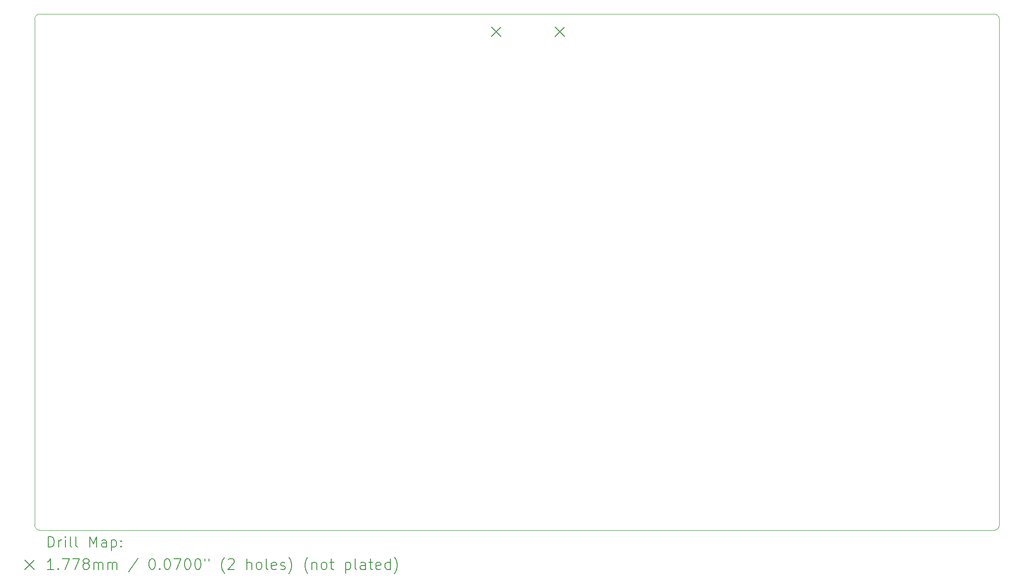
<source format=gbr>
%FSLAX45Y45*%
G04 Gerber Fmt 4.5, Leading zero omitted, Abs format (unit mm)*
G04 Created by KiCad (PCBNEW 6.0.4) date 2022-06-03 16:07:43*
%MOMM*%
%LPD*%
G01*
G04 APERTURE LIST*
%TA.AperFunction,Profile*%
%ADD10C,0.100000*%
%TD*%
%ADD11C,0.200000*%
%ADD12C,0.177800*%
G04 APERTURE END LIST*
D10*
X8200000Y-2600000D02*
G75*
G03*
X8100000Y-2700000I0J-100000D01*
G01*
X8100000Y-12200000D02*
G75*
G03*
X8200000Y-12300000I100000J0D01*
G01*
X26100000Y-2600000D02*
X8200000Y-2600000D01*
X8200000Y-12300000D02*
X26100000Y-12300000D01*
X26200000Y-2700000D02*
G75*
G03*
X26100000Y-2600000I-100000J0D01*
G01*
X26200000Y-12200000D02*
X26200000Y-2700000D01*
X26100000Y-12300000D02*
G75*
G03*
X26200000Y-12200000I0J100000D01*
G01*
X8100000Y-2700000D02*
X8100000Y-12200000D01*
D11*
D12*
X16675100Y-2844800D02*
X16852900Y-3022600D01*
X16852900Y-2844800D02*
X16675100Y-3022600D01*
X17868900Y-2844800D02*
X18046700Y-3022600D01*
X18046700Y-2844800D02*
X17868900Y-3022600D01*
D11*
X8352619Y-12615476D02*
X8352619Y-12415476D01*
X8400238Y-12415476D01*
X8428810Y-12425000D01*
X8447857Y-12444048D01*
X8457381Y-12463095D01*
X8466905Y-12501190D01*
X8466905Y-12529762D01*
X8457381Y-12567857D01*
X8447857Y-12586905D01*
X8428810Y-12605952D01*
X8400238Y-12615476D01*
X8352619Y-12615476D01*
X8552619Y-12615476D02*
X8552619Y-12482143D01*
X8552619Y-12520238D02*
X8562143Y-12501190D01*
X8571667Y-12491667D01*
X8590714Y-12482143D01*
X8609762Y-12482143D01*
X8676429Y-12615476D02*
X8676429Y-12482143D01*
X8676429Y-12415476D02*
X8666905Y-12425000D01*
X8676429Y-12434524D01*
X8685952Y-12425000D01*
X8676429Y-12415476D01*
X8676429Y-12434524D01*
X8800238Y-12615476D02*
X8781190Y-12605952D01*
X8771667Y-12586905D01*
X8771667Y-12415476D01*
X8905000Y-12615476D02*
X8885952Y-12605952D01*
X8876429Y-12586905D01*
X8876429Y-12415476D01*
X9133571Y-12615476D02*
X9133571Y-12415476D01*
X9200238Y-12558333D01*
X9266905Y-12415476D01*
X9266905Y-12615476D01*
X9447857Y-12615476D02*
X9447857Y-12510714D01*
X9438333Y-12491667D01*
X9419286Y-12482143D01*
X9381190Y-12482143D01*
X9362143Y-12491667D01*
X9447857Y-12605952D02*
X9428810Y-12615476D01*
X9381190Y-12615476D01*
X9362143Y-12605952D01*
X9352619Y-12586905D01*
X9352619Y-12567857D01*
X9362143Y-12548809D01*
X9381190Y-12539286D01*
X9428810Y-12539286D01*
X9447857Y-12529762D01*
X9543095Y-12482143D02*
X9543095Y-12682143D01*
X9543095Y-12491667D02*
X9562143Y-12482143D01*
X9600238Y-12482143D01*
X9619286Y-12491667D01*
X9628810Y-12501190D01*
X9638333Y-12520238D01*
X9638333Y-12577381D01*
X9628810Y-12596428D01*
X9619286Y-12605952D01*
X9600238Y-12615476D01*
X9562143Y-12615476D01*
X9543095Y-12605952D01*
X9724048Y-12596428D02*
X9733571Y-12605952D01*
X9724048Y-12615476D01*
X9714524Y-12605952D01*
X9724048Y-12596428D01*
X9724048Y-12615476D01*
X9724048Y-12491667D02*
X9733571Y-12501190D01*
X9724048Y-12510714D01*
X9714524Y-12501190D01*
X9724048Y-12491667D01*
X9724048Y-12510714D01*
D12*
X7917200Y-12856100D02*
X8095000Y-13033900D01*
X8095000Y-12856100D02*
X7917200Y-13033900D01*
D11*
X8457381Y-13035476D02*
X8343095Y-13035476D01*
X8400238Y-13035476D02*
X8400238Y-12835476D01*
X8381190Y-12864048D01*
X8362143Y-12883095D01*
X8343095Y-12892619D01*
X8543095Y-13016428D02*
X8552619Y-13025952D01*
X8543095Y-13035476D01*
X8533571Y-13025952D01*
X8543095Y-13016428D01*
X8543095Y-13035476D01*
X8619286Y-12835476D02*
X8752619Y-12835476D01*
X8666905Y-13035476D01*
X8809762Y-12835476D02*
X8943095Y-12835476D01*
X8857381Y-13035476D01*
X9047857Y-12921190D02*
X9028810Y-12911667D01*
X9019286Y-12902143D01*
X9009762Y-12883095D01*
X9009762Y-12873571D01*
X9019286Y-12854524D01*
X9028810Y-12845000D01*
X9047857Y-12835476D01*
X9085952Y-12835476D01*
X9105000Y-12845000D01*
X9114524Y-12854524D01*
X9124048Y-12873571D01*
X9124048Y-12883095D01*
X9114524Y-12902143D01*
X9105000Y-12911667D01*
X9085952Y-12921190D01*
X9047857Y-12921190D01*
X9028810Y-12930714D01*
X9019286Y-12940238D01*
X9009762Y-12959286D01*
X9009762Y-12997381D01*
X9019286Y-13016428D01*
X9028810Y-13025952D01*
X9047857Y-13035476D01*
X9085952Y-13035476D01*
X9105000Y-13025952D01*
X9114524Y-13016428D01*
X9124048Y-12997381D01*
X9124048Y-12959286D01*
X9114524Y-12940238D01*
X9105000Y-12930714D01*
X9085952Y-12921190D01*
X9209762Y-13035476D02*
X9209762Y-12902143D01*
X9209762Y-12921190D02*
X9219286Y-12911667D01*
X9238333Y-12902143D01*
X9266905Y-12902143D01*
X9285952Y-12911667D01*
X9295476Y-12930714D01*
X9295476Y-13035476D01*
X9295476Y-12930714D02*
X9305000Y-12911667D01*
X9324048Y-12902143D01*
X9352619Y-12902143D01*
X9371667Y-12911667D01*
X9381190Y-12930714D01*
X9381190Y-13035476D01*
X9476429Y-13035476D02*
X9476429Y-12902143D01*
X9476429Y-12921190D02*
X9485952Y-12911667D01*
X9505000Y-12902143D01*
X9533571Y-12902143D01*
X9552619Y-12911667D01*
X9562143Y-12930714D01*
X9562143Y-13035476D01*
X9562143Y-12930714D02*
X9571667Y-12911667D01*
X9590714Y-12902143D01*
X9619286Y-12902143D01*
X9638333Y-12911667D01*
X9647857Y-12930714D01*
X9647857Y-13035476D01*
X10038333Y-12825952D02*
X9866905Y-13083095D01*
X10295476Y-12835476D02*
X10314524Y-12835476D01*
X10333571Y-12845000D01*
X10343095Y-12854524D01*
X10352619Y-12873571D01*
X10362143Y-12911667D01*
X10362143Y-12959286D01*
X10352619Y-12997381D01*
X10343095Y-13016428D01*
X10333571Y-13025952D01*
X10314524Y-13035476D01*
X10295476Y-13035476D01*
X10276429Y-13025952D01*
X10266905Y-13016428D01*
X10257381Y-12997381D01*
X10247857Y-12959286D01*
X10247857Y-12911667D01*
X10257381Y-12873571D01*
X10266905Y-12854524D01*
X10276429Y-12845000D01*
X10295476Y-12835476D01*
X10447857Y-13016428D02*
X10457381Y-13025952D01*
X10447857Y-13035476D01*
X10438333Y-13025952D01*
X10447857Y-13016428D01*
X10447857Y-13035476D01*
X10581190Y-12835476D02*
X10600238Y-12835476D01*
X10619286Y-12845000D01*
X10628810Y-12854524D01*
X10638333Y-12873571D01*
X10647857Y-12911667D01*
X10647857Y-12959286D01*
X10638333Y-12997381D01*
X10628810Y-13016428D01*
X10619286Y-13025952D01*
X10600238Y-13035476D01*
X10581190Y-13035476D01*
X10562143Y-13025952D01*
X10552619Y-13016428D01*
X10543095Y-12997381D01*
X10533571Y-12959286D01*
X10533571Y-12911667D01*
X10543095Y-12873571D01*
X10552619Y-12854524D01*
X10562143Y-12845000D01*
X10581190Y-12835476D01*
X10714524Y-12835476D02*
X10847857Y-12835476D01*
X10762143Y-13035476D01*
X10962143Y-12835476D02*
X10981190Y-12835476D01*
X11000238Y-12845000D01*
X11009762Y-12854524D01*
X11019286Y-12873571D01*
X11028810Y-12911667D01*
X11028810Y-12959286D01*
X11019286Y-12997381D01*
X11009762Y-13016428D01*
X11000238Y-13025952D01*
X10981190Y-13035476D01*
X10962143Y-13035476D01*
X10943095Y-13025952D01*
X10933571Y-13016428D01*
X10924048Y-12997381D01*
X10914524Y-12959286D01*
X10914524Y-12911667D01*
X10924048Y-12873571D01*
X10933571Y-12854524D01*
X10943095Y-12845000D01*
X10962143Y-12835476D01*
X11152619Y-12835476D02*
X11171667Y-12835476D01*
X11190714Y-12845000D01*
X11200238Y-12854524D01*
X11209762Y-12873571D01*
X11219286Y-12911667D01*
X11219286Y-12959286D01*
X11209762Y-12997381D01*
X11200238Y-13016428D01*
X11190714Y-13025952D01*
X11171667Y-13035476D01*
X11152619Y-13035476D01*
X11133571Y-13025952D01*
X11124048Y-13016428D01*
X11114524Y-12997381D01*
X11105000Y-12959286D01*
X11105000Y-12911667D01*
X11114524Y-12873571D01*
X11124048Y-12854524D01*
X11133571Y-12845000D01*
X11152619Y-12835476D01*
X11295476Y-12835476D02*
X11295476Y-12873571D01*
X11371667Y-12835476D02*
X11371667Y-12873571D01*
X11666905Y-13111667D02*
X11657381Y-13102143D01*
X11638333Y-13073571D01*
X11628809Y-13054524D01*
X11619286Y-13025952D01*
X11609762Y-12978333D01*
X11609762Y-12940238D01*
X11619286Y-12892619D01*
X11628809Y-12864048D01*
X11638333Y-12845000D01*
X11657381Y-12816428D01*
X11666905Y-12806905D01*
X11733571Y-12854524D02*
X11743095Y-12845000D01*
X11762143Y-12835476D01*
X11809762Y-12835476D01*
X11828809Y-12845000D01*
X11838333Y-12854524D01*
X11847857Y-12873571D01*
X11847857Y-12892619D01*
X11838333Y-12921190D01*
X11724048Y-13035476D01*
X11847857Y-13035476D01*
X12085952Y-13035476D02*
X12085952Y-12835476D01*
X12171667Y-13035476D02*
X12171667Y-12930714D01*
X12162143Y-12911667D01*
X12143095Y-12902143D01*
X12114524Y-12902143D01*
X12095476Y-12911667D01*
X12085952Y-12921190D01*
X12295476Y-13035476D02*
X12276428Y-13025952D01*
X12266905Y-13016428D01*
X12257381Y-12997381D01*
X12257381Y-12940238D01*
X12266905Y-12921190D01*
X12276428Y-12911667D01*
X12295476Y-12902143D01*
X12324048Y-12902143D01*
X12343095Y-12911667D01*
X12352619Y-12921190D01*
X12362143Y-12940238D01*
X12362143Y-12997381D01*
X12352619Y-13016428D01*
X12343095Y-13025952D01*
X12324048Y-13035476D01*
X12295476Y-13035476D01*
X12476428Y-13035476D02*
X12457381Y-13025952D01*
X12447857Y-13006905D01*
X12447857Y-12835476D01*
X12628809Y-13025952D02*
X12609762Y-13035476D01*
X12571667Y-13035476D01*
X12552619Y-13025952D01*
X12543095Y-13006905D01*
X12543095Y-12930714D01*
X12552619Y-12911667D01*
X12571667Y-12902143D01*
X12609762Y-12902143D01*
X12628809Y-12911667D01*
X12638333Y-12930714D01*
X12638333Y-12949762D01*
X12543095Y-12968809D01*
X12714524Y-13025952D02*
X12733571Y-13035476D01*
X12771667Y-13035476D01*
X12790714Y-13025952D01*
X12800238Y-13006905D01*
X12800238Y-12997381D01*
X12790714Y-12978333D01*
X12771667Y-12968809D01*
X12743095Y-12968809D01*
X12724048Y-12959286D01*
X12714524Y-12940238D01*
X12714524Y-12930714D01*
X12724048Y-12911667D01*
X12743095Y-12902143D01*
X12771667Y-12902143D01*
X12790714Y-12911667D01*
X12866905Y-13111667D02*
X12876428Y-13102143D01*
X12895476Y-13073571D01*
X12905000Y-13054524D01*
X12914524Y-13025952D01*
X12924048Y-12978333D01*
X12924048Y-12940238D01*
X12914524Y-12892619D01*
X12905000Y-12864048D01*
X12895476Y-12845000D01*
X12876428Y-12816428D01*
X12866905Y-12806905D01*
X13228809Y-13111667D02*
X13219286Y-13102143D01*
X13200238Y-13073571D01*
X13190714Y-13054524D01*
X13181190Y-13025952D01*
X13171667Y-12978333D01*
X13171667Y-12940238D01*
X13181190Y-12892619D01*
X13190714Y-12864048D01*
X13200238Y-12845000D01*
X13219286Y-12816428D01*
X13228809Y-12806905D01*
X13305000Y-12902143D02*
X13305000Y-13035476D01*
X13305000Y-12921190D02*
X13314524Y-12911667D01*
X13333571Y-12902143D01*
X13362143Y-12902143D01*
X13381190Y-12911667D01*
X13390714Y-12930714D01*
X13390714Y-13035476D01*
X13514524Y-13035476D02*
X13495476Y-13025952D01*
X13485952Y-13016428D01*
X13476428Y-12997381D01*
X13476428Y-12940238D01*
X13485952Y-12921190D01*
X13495476Y-12911667D01*
X13514524Y-12902143D01*
X13543095Y-12902143D01*
X13562143Y-12911667D01*
X13571667Y-12921190D01*
X13581190Y-12940238D01*
X13581190Y-12997381D01*
X13571667Y-13016428D01*
X13562143Y-13025952D01*
X13543095Y-13035476D01*
X13514524Y-13035476D01*
X13638333Y-12902143D02*
X13714524Y-12902143D01*
X13666905Y-12835476D02*
X13666905Y-13006905D01*
X13676428Y-13025952D01*
X13695476Y-13035476D01*
X13714524Y-13035476D01*
X13933571Y-12902143D02*
X13933571Y-13102143D01*
X13933571Y-12911667D02*
X13952619Y-12902143D01*
X13990714Y-12902143D01*
X14009762Y-12911667D01*
X14019286Y-12921190D01*
X14028809Y-12940238D01*
X14028809Y-12997381D01*
X14019286Y-13016428D01*
X14009762Y-13025952D01*
X13990714Y-13035476D01*
X13952619Y-13035476D01*
X13933571Y-13025952D01*
X14143095Y-13035476D02*
X14124048Y-13025952D01*
X14114524Y-13006905D01*
X14114524Y-12835476D01*
X14305000Y-13035476D02*
X14305000Y-12930714D01*
X14295476Y-12911667D01*
X14276428Y-12902143D01*
X14238333Y-12902143D01*
X14219286Y-12911667D01*
X14305000Y-13025952D02*
X14285952Y-13035476D01*
X14238333Y-13035476D01*
X14219286Y-13025952D01*
X14209762Y-13006905D01*
X14209762Y-12987857D01*
X14219286Y-12968809D01*
X14238333Y-12959286D01*
X14285952Y-12959286D01*
X14305000Y-12949762D01*
X14371667Y-12902143D02*
X14447857Y-12902143D01*
X14400238Y-12835476D02*
X14400238Y-13006905D01*
X14409762Y-13025952D01*
X14428809Y-13035476D01*
X14447857Y-13035476D01*
X14590714Y-13025952D02*
X14571667Y-13035476D01*
X14533571Y-13035476D01*
X14514524Y-13025952D01*
X14505000Y-13006905D01*
X14505000Y-12930714D01*
X14514524Y-12911667D01*
X14533571Y-12902143D01*
X14571667Y-12902143D01*
X14590714Y-12911667D01*
X14600238Y-12930714D01*
X14600238Y-12949762D01*
X14505000Y-12968809D01*
X14771667Y-13035476D02*
X14771667Y-12835476D01*
X14771667Y-13025952D02*
X14752619Y-13035476D01*
X14714524Y-13035476D01*
X14695476Y-13025952D01*
X14685952Y-13016428D01*
X14676428Y-12997381D01*
X14676428Y-12940238D01*
X14685952Y-12921190D01*
X14695476Y-12911667D01*
X14714524Y-12902143D01*
X14752619Y-12902143D01*
X14771667Y-12911667D01*
X14847857Y-13111667D02*
X14857381Y-13102143D01*
X14876428Y-13073571D01*
X14885952Y-13054524D01*
X14895476Y-13025952D01*
X14905000Y-12978333D01*
X14905000Y-12940238D01*
X14895476Y-12892619D01*
X14885952Y-12864048D01*
X14876428Y-12845000D01*
X14857381Y-12816428D01*
X14847857Y-12806905D01*
M02*

</source>
